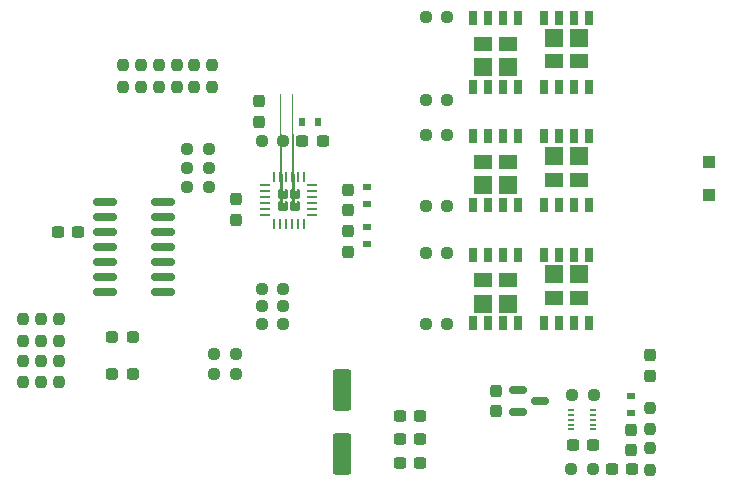
<source format=gtp>
G04 #@! TF.GenerationSoftware,KiCad,Pcbnew,(6.0.0)*
G04 #@! TF.CreationDate,2022-07-16T19:13:52+12:00*
G04 #@! TF.ProjectId,bldc_driver_fpga,626c6463-5f64-4726-9976-65725f667067,rev?*
G04 #@! TF.SameCoordinates,Original*
G04 #@! TF.FileFunction,Paste,Top*
G04 #@! TF.FilePolarity,Positive*
%FSLAX46Y46*%
G04 Gerber Fmt 4.6, Leading zero omitted, Abs format (unit mm)*
G04 Created by KiCad (PCBNEW (6.0.0)) date 2022-07-16 19:13:52*
%MOMM*%
%LPD*%
G01*
G04 APERTURE LIST*
G04 Aperture macros list*
%AMRoundRect*
0 Rectangle with rounded corners*
0 $1 Rounding radius*
0 $2 $3 $4 $5 $6 $7 $8 $9 X,Y pos of 4 corners*
0 Add a 4 corners polygon primitive as box body*
4,1,4,$2,$3,$4,$5,$6,$7,$8,$9,$2,$3,0*
0 Add four circle primitives for the rounded corners*
1,1,$1+$1,$2,$3*
1,1,$1+$1,$4,$5*
1,1,$1+$1,$6,$7*
1,1,$1+$1,$8,$9*
0 Add four rect primitives between the rounded corners*
20,1,$1+$1,$2,$3,$4,$5,0*
20,1,$1+$1,$4,$5,$6,$7,0*
20,1,$1+$1,$6,$7,$8,$9,0*
20,1,$1+$1,$8,$9,$2,$3,0*%
%AMFreePoly0*
4,1,57,0.194009,0.449029,0.214144,0.449029,0.231583,0.438961,0.251037,0.433748,0.265277,0.419508,0.282717,0.409439,0.409439,0.282717,0.419508,0.265277,0.433748,0.251037,0.438960,0.231585,0.449030,0.214144,0.449030,0.194005,0.454242,0.174554,0.454242,-0.174554,0.449030,-0.194005,0.449030,-0.214144,0.438960,-0.231585,0.433748,-0.251037,0.419508,-0.265277,0.409439,-0.282717,
0.282717,-0.409439,0.265277,-0.419508,0.251037,-0.433748,0.231583,-0.438961,0.214144,-0.449029,0.194009,-0.449029,0.174554,-0.454242,-0.174554,-0.454242,-0.194005,-0.449030,-0.214144,-0.449030,-0.231585,-0.438960,-0.251037,-0.433748,-0.265277,-0.419508,-0.282717,-0.409439,-0.409439,-0.282717,-0.419508,-0.265277,-0.433748,-0.251037,-0.438961,-0.231583,-0.449029,-0.214144,-0.449029,-0.194009,
-0.454242,-0.174554,-0.454242,0.174554,-0.449029,0.194009,-0.449029,0.214144,-0.438961,0.231583,-0.433748,0.251037,-0.419508,0.265277,-0.409439,0.282717,-0.282717,0.409439,-0.265277,0.419508,-0.251037,0.433748,-0.231585,0.438960,-0.214144,0.449030,-0.194005,0.449030,-0.174554,0.454242,0.174554,0.454242,0.194009,0.449029,0.194009,0.449029,$1*%
G04 Aperture macros list end*
%ADD10R,1.100000X1.100000*%
%ADD11RoundRect,0.237500X0.250000X0.237500X-0.250000X0.237500X-0.250000X-0.237500X0.250000X-0.237500X0*%
%ADD12RoundRect,0.237500X-0.237500X0.250000X-0.237500X-0.250000X0.237500X-0.250000X0.237500X0.250000X0*%
%ADD13RoundRect,0.237500X0.237500X-0.300000X0.237500X0.300000X-0.237500X0.300000X-0.237500X-0.300000X0*%
%ADD14FreePoly0,0.000000*%
%ADD15RoundRect,0.062500X-0.325000X-0.062500X0.325000X-0.062500X0.325000X0.062500X-0.325000X0.062500X0*%
%ADD16RoundRect,0.062500X-0.062500X-0.325000X0.062500X-0.325000X0.062500X0.325000X-0.062500X0.325000X0*%
%ADD17R,1.550000X1.600000*%
%ADD18R,1.550000X1.200000*%
%ADD19R,0.700000X1.200000*%
%ADD20RoundRect,0.237500X0.300000X0.237500X-0.300000X0.237500X-0.300000X-0.237500X0.300000X-0.237500X0*%
%ADD21RoundRect,0.237500X-0.287500X-0.237500X0.287500X-0.237500X0.287500X0.237500X-0.287500X0.237500X0*%
%ADD22RoundRect,0.237500X-0.300000X-0.237500X0.300000X-0.237500X0.300000X0.237500X-0.300000X0.237500X0*%
%ADD23R,0.700000X0.600000*%
%ADD24RoundRect,0.250000X-0.550000X1.500000X-0.550000X-1.500000X0.550000X-1.500000X0.550000X1.500000X0*%
%ADD25RoundRect,0.237500X-0.250000X-0.237500X0.250000X-0.237500X0.250000X0.237500X-0.250000X0.237500X0*%
%ADD26RoundRect,0.237500X-0.237500X0.300000X-0.237500X-0.300000X0.237500X-0.300000X0.237500X0.300000X0*%
%ADD27RoundRect,0.150000X-0.587500X-0.150000X0.587500X-0.150000X0.587500X0.150000X-0.587500X0.150000X0*%
%ADD28RoundRect,0.237500X0.237500X-0.250000X0.237500X0.250000X-0.237500X0.250000X-0.237500X-0.250000X0*%
%ADD29R,0.600000X0.700000*%
%ADD30RoundRect,0.150000X-0.825000X-0.150000X0.825000X-0.150000X0.825000X0.150000X-0.825000X0.150000X0*%
%ADD31RoundRect,0.050000X0.200000X0.050000X-0.200000X0.050000X-0.200000X-0.050000X0.200000X-0.050000X0*%
G04 APERTURE END LIST*
D10*
X125600000Y-40600000D03*
X125600000Y-37800000D03*
D11*
X103412500Y-41500000D03*
X101587500Y-41500000D03*
D12*
X70500000Y-54587500D03*
X70500000Y-56412500D03*
D13*
X95000000Y-41862500D03*
X95000000Y-40137500D03*
D14*
X89512500Y-41487500D03*
X90487500Y-40512500D03*
X89512500Y-40512500D03*
X90487500Y-41487500D03*
D15*
X88012500Y-39750000D03*
X88012500Y-40250000D03*
X88012500Y-40750000D03*
X88012500Y-41250000D03*
X88012500Y-41750000D03*
X88012500Y-42250000D03*
D16*
X88750000Y-42987500D03*
X89250000Y-42987500D03*
X89750000Y-42987500D03*
X90250000Y-42987500D03*
X90750000Y-42987500D03*
X91250000Y-42987500D03*
D15*
X91987500Y-42250000D03*
X91987500Y-41750000D03*
X91987500Y-41250000D03*
X91987500Y-40750000D03*
X91987500Y-40250000D03*
X91987500Y-39750000D03*
D16*
X91250000Y-39012500D03*
X90750000Y-39012500D03*
X90250000Y-39012500D03*
X89750000Y-39012500D03*
X89250000Y-39012500D03*
X88750000Y-39012500D03*
D11*
X103412500Y-25500000D03*
X101587500Y-25500000D03*
D17*
X106409988Y-29749994D03*
X108589988Y-29749994D03*
D18*
X108589988Y-27749994D03*
X106409988Y-27749994D03*
D19*
X106859988Y-25599994D03*
X109409988Y-25599994D03*
X108139988Y-25599994D03*
X105589988Y-25599994D03*
X106859988Y-31399994D03*
X109409988Y-31399994D03*
X108139988Y-31399994D03*
X105589988Y-31399994D03*
D11*
X85512500Y-54000000D03*
X83687500Y-54000000D03*
X89512500Y-48500000D03*
X87687500Y-48500000D03*
D20*
X101112500Y-63250000D03*
X99387500Y-63250000D03*
D12*
X69000000Y-54587500D03*
X69000000Y-56412500D03*
D21*
X75025000Y-55700000D03*
X76775000Y-55700000D03*
D22*
X114037500Y-61700000D03*
X115762500Y-61700000D03*
D12*
X69000000Y-51087500D03*
X69000000Y-52912500D03*
D23*
X96600000Y-43300000D03*
X96600000Y-44700000D03*
D11*
X103412500Y-45500000D03*
X101587500Y-45500000D03*
D24*
X94500000Y-57050000D03*
X94500000Y-62450000D03*
D25*
X81387500Y-36700000D03*
X83212500Y-36700000D03*
D22*
X117337500Y-63800000D03*
X119062500Y-63800000D03*
D25*
X81387500Y-38300000D03*
X83212500Y-38300000D03*
D12*
X70500000Y-51087500D03*
X70500000Y-52912500D03*
D17*
X112410000Y-37250000D03*
X114590000Y-37250000D03*
D18*
X114590000Y-39250000D03*
X112410000Y-39250000D03*
D19*
X114140000Y-41400000D03*
X111590000Y-41400000D03*
X112860000Y-41400000D03*
X115410000Y-41400000D03*
X112860000Y-35600000D03*
X115410000Y-35600000D03*
X111590000Y-35600000D03*
X114140000Y-35600000D03*
D26*
X87500000Y-32637500D03*
X87500000Y-34362500D03*
D20*
X72162500Y-43700000D03*
X70437500Y-43700000D03*
D18*
X108590000Y-47750000D03*
D17*
X106410000Y-49750000D03*
D18*
X106410000Y-47750000D03*
D17*
X108590000Y-49750000D03*
D19*
X108140000Y-45600000D03*
X106860000Y-45600000D03*
X109410000Y-45600000D03*
X105590000Y-45600000D03*
X105590000Y-51400000D03*
X109410000Y-51400000D03*
X108140000Y-51400000D03*
X106860000Y-51400000D03*
D27*
X109362500Y-57050000D03*
X109362500Y-58950000D03*
X111237500Y-58000000D03*
D11*
X85512500Y-55700000D03*
X83687500Y-55700000D03*
D20*
X101112500Y-59250000D03*
X99387500Y-59250000D03*
D13*
X95000000Y-45362500D03*
X95000000Y-43637500D03*
D11*
X89512500Y-50000000D03*
X87687500Y-50000000D03*
D28*
X82000000Y-31412500D03*
X82000000Y-29587500D03*
D11*
X103412500Y-35500000D03*
X101587500Y-35500000D03*
X89512500Y-36000000D03*
X87687500Y-36000000D03*
D29*
X91100000Y-34400000D03*
X92500000Y-34400000D03*
D12*
X67500000Y-54587500D03*
X67500000Y-56412500D03*
D11*
X103412500Y-51500000D03*
X101587500Y-51500000D03*
D20*
X92862500Y-36000000D03*
X91137500Y-36000000D03*
D11*
X89512500Y-51500000D03*
X87687500Y-51500000D03*
D25*
X113987500Y-57500000D03*
X115812500Y-57500000D03*
D23*
X96600000Y-39900000D03*
X96600000Y-41300000D03*
D28*
X77500000Y-31412500D03*
X77500000Y-29587500D03*
D20*
X101112500Y-61250000D03*
X99387500Y-61250000D03*
D30*
X74425000Y-41190000D03*
X74425000Y-42460000D03*
X74425000Y-43730000D03*
X74425000Y-45000000D03*
X74425000Y-46270000D03*
X74425000Y-47540000D03*
X74425000Y-48810000D03*
X79375000Y-48810000D03*
X79375000Y-47540000D03*
X79375000Y-46270000D03*
X79375000Y-45000000D03*
X79375000Y-43730000D03*
X79375000Y-42460000D03*
X79375000Y-41190000D03*
D13*
X120600000Y-55862500D03*
X120600000Y-54137500D03*
D11*
X103412500Y-32500000D03*
X101587500Y-32500000D03*
D12*
X120600000Y-58587500D03*
X120600000Y-60412500D03*
D28*
X80500000Y-31412500D03*
X80500000Y-29587500D03*
X83500000Y-31412500D03*
X83500000Y-29587500D03*
D18*
X106410000Y-37750000D03*
X108590000Y-37750000D03*
D17*
X106410000Y-39750000D03*
X108590000Y-39750000D03*
D19*
X109410000Y-35600000D03*
X106860000Y-35600000D03*
X108140000Y-35600000D03*
X105590000Y-35600000D03*
X105590000Y-41400000D03*
X106860000Y-41400000D03*
X109410000Y-41400000D03*
X108140000Y-41400000D03*
D17*
X112410000Y-27250000D03*
D18*
X114590000Y-29250000D03*
D17*
X114590000Y-27250000D03*
D18*
X112410000Y-29250000D03*
D19*
X112860000Y-31400000D03*
X114140000Y-31400000D03*
X111590000Y-31400000D03*
X115410000Y-31400000D03*
X114140000Y-25600000D03*
X115410000Y-25600000D03*
X111590000Y-25600000D03*
X112860000Y-25600000D03*
D26*
X107500000Y-57137500D03*
X107500000Y-58862500D03*
D11*
X115712500Y-63800000D03*
X113887500Y-63800000D03*
D28*
X76000000Y-31412500D03*
X76000000Y-29587500D03*
D12*
X120600000Y-61987500D03*
X120600000Y-63812500D03*
D26*
X119000000Y-60437500D03*
X119000000Y-62162500D03*
D23*
X119000000Y-59000000D03*
X119000000Y-57600000D03*
D28*
X79000000Y-31412500D03*
X79000000Y-29587500D03*
D31*
X115750000Y-60400000D03*
X115750000Y-60000000D03*
X115750000Y-59600000D03*
X115750000Y-59200000D03*
X115750000Y-58800000D03*
X113850000Y-58800000D03*
X113850000Y-59200000D03*
X113850000Y-59600000D03*
X113850000Y-60000000D03*
X113850000Y-60400000D03*
D26*
X85500000Y-40937500D03*
X85500000Y-42662500D03*
D11*
X83212500Y-39900000D03*
X81387500Y-39900000D03*
D21*
X75025000Y-52600000D03*
X76775000Y-52600000D03*
D12*
X67500000Y-51087500D03*
X67500000Y-52912500D03*
D18*
X112410000Y-49250000D03*
X114590000Y-49250000D03*
D17*
X112410000Y-47250000D03*
X114590000Y-47250000D03*
D19*
X111590000Y-51400000D03*
X114140000Y-51400000D03*
X112860000Y-51400000D03*
X115410000Y-51400000D03*
X114140000Y-45600000D03*
X112860000Y-45600000D03*
X115410000Y-45600000D03*
X111590000Y-45600000D03*
M02*

</source>
